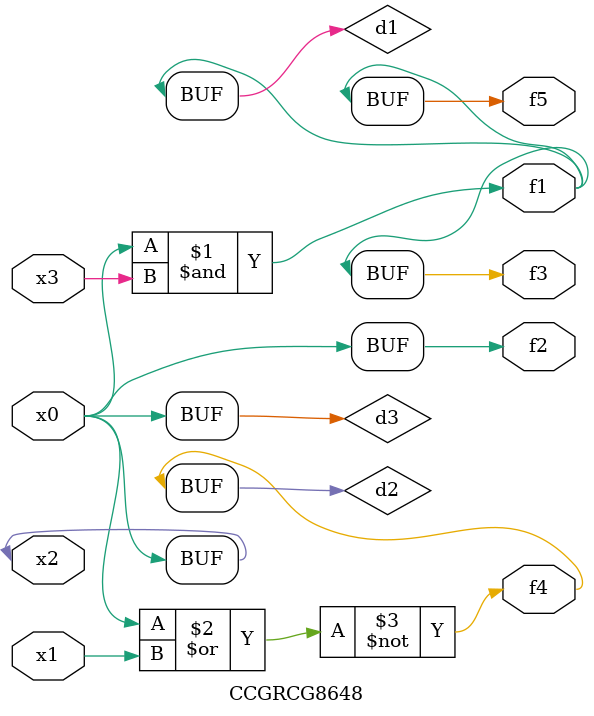
<source format=v>
module CCGRCG8648(
	input x0, x1, x2, x3,
	output f1, f2, f3, f4, f5
);

	wire d1, d2, d3;

	and (d1, x2, x3);
	nor (d2, x0, x1);
	buf (d3, x0, x2);
	assign f1 = d1;
	assign f2 = d3;
	assign f3 = d1;
	assign f4 = d2;
	assign f5 = d1;
endmodule

</source>
